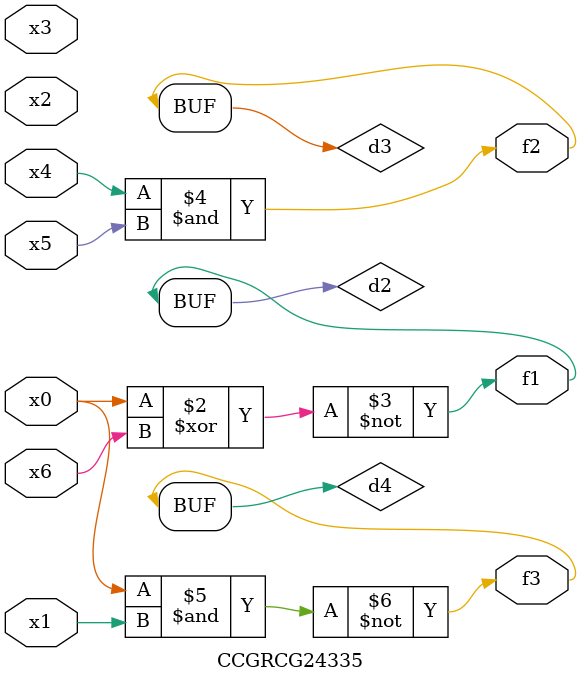
<source format=v>
module CCGRCG24335(
	input x0, x1, x2, x3, x4, x5, x6,
	output f1, f2, f3
);

	wire d1, d2, d3, d4;

	nor (d1, x0);
	xnor (d2, x0, x6);
	and (d3, x4, x5);
	nand (d4, x0, x1);
	assign f1 = d2;
	assign f2 = d3;
	assign f3 = d4;
endmodule

</source>
